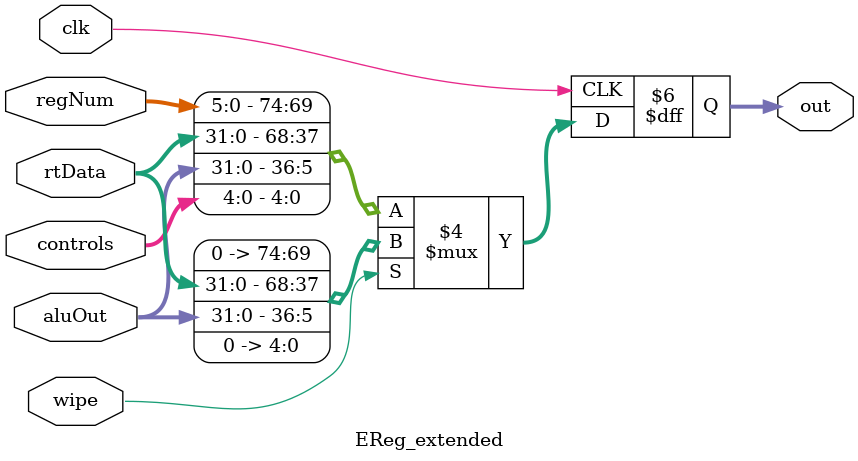
<source format=v>
module EReg_extended(
	input [4:0]controls,
	input [31:0]aluOut,
	input [31:0]rtData,
	input [5:0]regNum,
	input clk,
	input wipe,
	output reg [74:0]out);

	always @(negedge clk) begin
		if(wipe==1) begin
			out<={6'b000000, rtData, aluOut, 5'b00000};//add $0, $0, $0
		end
		else begin
			out<={regNum, rtData, aluOut, controls};
		end
	end

endmodule
</source>
